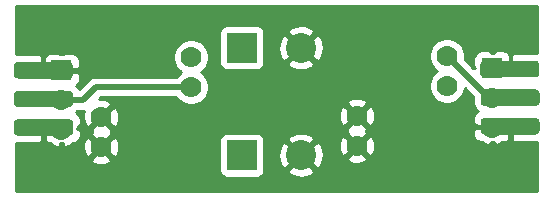
<source format=gtl>
G04 #@! TF.GenerationSoftware,KiCad,Pcbnew,5.1.5+dfsg1-2build2*
G04 #@! TF.CreationDate,2022-12-10T10:35:03-05:00*
G04 #@! TF.ProjectId,double-tuned-bpf,646f7562-6c65-42d7-9475-6e65642d6270,rev?*
G04 #@! TF.SameCoordinates,Original*
G04 #@! TF.FileFunction,Copper,L1,Top*
G04 #@! TF.FilePolarity,Positive*
%FSLAX46Y46*%
G04 Gerber Fmt 4.6, Leading zero omitted, Abs format (unit mm)*
G04 Created by KiCad (PCBNEW 5.1.5+dfsg1-2build2) date 2022-12-10 10:35:03*
%MOMM*%
%LPD*%
G04 APERTURE LIST*
%ADD10O,1.700000X1.700000*%
%ADD11R,1.700000X1.700000*%
%ADD12C,0.100000*%
%ADD13R,2.540000X2.540000*%
%ADD14C,2.540000*%
%ADD15C,1.778000*%
%ADD16C,0.500000*%
%ADD17C,0.254000*%
G04 APERTURE END LIST*
D10*
X145500000Y-99980000D03*
X145500000Y-97440000D03*
D11*
X145500000Y-94900000D03*
G04 #@! TA.AperFunction,SMDPad,CuDef*
D12*
G36*
X149189386Y-99150545D02*
G01*
X149223362Y-99155585D01*
X149256680Y-99163931D01*
X149289019Y-99175502D01*
X149320069Y-99190188D01*
X149349530Y-99207846D01*
X149377118Y-99228306D01*
X149402567Y-99251373D01*
X149425634Y-99276822D01*
X149446094Y-99304410D01*
X149463752Y-99333871D01*
X149478438Y-99364921D01*
X149490009Y-99397260D01*
X149498355Y-99430578D01*
X149503395Y-99464554D01*
X149505080Y-99498860D01*
X149505080Y-100198860D01*
X149503395Y-100233166D01*
X149498355Y-100267142D01*
X149490009Y-100300460D01*
X149478438Y-100332799D01*
X149463752Y-100363849D01*
X149446094Y-100393310D01*
X149425634Y-100420898D01*
X149402567Y-100446347D01*
X149377118Y-100469414D01*
X149349530Y-100489874D01*
X149320069Y-100507532D01*
X149289019Y-100522218D01*
X149256680Y-100533789D01*
X149223362Y-100542135D01*
X149189386Y-100547175D01*
X149155080Y-100548860D01*
X144855080Y-100548860D01*
X144820774Y-100547175D01*
X144786798Y-100542135D01*
X144753480Y-100533789D01*
X144721141Y-100522218D01*
X144690091Y-100507532D01*
X144660630Y-100489874D01*
X144633042Y-100469414D01*
X144607593Y-100446347D01*
X144584526Y-100420898D01*
X144564066Y-100393310D01*
X144546408Y-100363849D01*
X144531722Y-100332799D01*
X144520151Y-100300460D01*
X144511805Y-100267142D01*
X144506765Y-100233166D01*
X144505080Y-100198860D01*
X144505080Y-99498860D01*
X144506765Y-99464554D01*
X144511805Y-99430578D01*
X144520151Y-99397260D01*
X144531722Y-99364921D01*
X144546408Y-99333871D01*
X144564066Y-99304410D01*
X144584526Y-99276822D01*
X144607593Y-99251373D01*
X144633042Y-99228306D01*
X144660630Y-99207846D01*
X144690091Y-99190188D01*
X144721141Y-99175502D01*
X144753480Y-99163931D01*
X144786798Y-99155585D01*
X144820774Y-99150545D01*
X144855080Y-99148860D01*
X149155080Y-99148860D01*
X149189386Y-99150545D01*
G37*
G04 #@! TD.AperFunction*
G04 #@! TA.AperFunction,SMDPad,CuDef*
G36*
X149171606Y-94309305D02*
G01*
X149205582Y-94314345D01*
X149238900Y-94322691D01*
X149271239Y-94334262D01*
X149302289Y-94348948D01*
X149331750Y-94366606D01*
X149359338Y-94387066D01*
X149384787Y-94410133D01*
X149407854Y-94435582D01*
X149428314Y-94463170D01*
X149445972Y-94492631D01*
X149460658Y-94523681D01*
X149472229Y-94556020D01*
X149480575Y-94589338D01*
X149485615Y-94623314D01*
X149487300Y-94657620D01*
X149487300Y-95357620D01*
X149485615Y-95391926D01*
X149480575Y-95425902D01*
X149472229Y-95459220D01*
X149460658Y-95491559D01*
X149445972Y-95522609D01*
X149428314Y-95552070D01*
X149407854Y-95579658D01*
X149384787Y-95605107D01*
X149359338Y-95628174D01*
X149331750Y-95648634D01*
X149302289Y-95666292D01*
X149271239Y-95680978D01*
X149238900Y-95692549D01*
X149205582Y-95700895D01*
X149171606Y-95705935D01*
X149137300Y-95707620D01*
X144837300Y-95707620D01*
X144802994Y-95705935D01*
X144769018Y-95700895D01*
X144735700Y-95692549D01*
X144703361Y-95680978D01*
X144672311Y-95666292D01*
X144642850Y-95648634D01*
X144615262Y-95628174D01*
X144589813Y-95605107D01*
X144566746Y-95579658D01*
X144546286Y-95552070D01*
X144528628Y-95522609D01*
X144513942Y-95491559D01*
X144502371Y-95459220D01*
X144494025Y-95425902D01*
X144488985Y-95391926D01*
X144487300Y-95357620D01*
X144487300Y-94657620D01*
X144488985Y-94623314D01*
X144494025Y-94589338D01*
X144502371Y-94556020D01*
X144513942Y-94523681D01*
X144528628Y-94492631D01*
X144546286Y-94463170D01*
X144566746Y-94435582D01*
X144589813Y-94410133D01*
X144615262Y-94387066D01*
X144642850Y-94366606D01*
X144672311Y-94348948D01*
X144703361Y-94334262D01*
X144735700Y-94322691D01*
X144769018Y-94314345D01*
X144802994Y-94309305D01*
X144837300Y-94307620D01*
X149137300Y-94307620D01*
X149171606Y-94309305D01*
G37*
G04 #@! TD.AperFunction*
G04 #@! TA.AperFunction,SMDPad,CuDef*
G36*
X149189386Y-96729925D02*
G01*
X149223362Y-96734965D01*
X149256680Y-96743311D01*
X149289019Y-96754882D01*
X149320069Y-96769568D01*
X149349530Y-96787226D01*
X149377118Y-96807686D01*
X149402567Y-96830753D01*
X149425634Y-96856202D01*
X149446094Y-96883790D01*
X149463752Y-96913251D01*
X149478438Y-96944301D01*
X149490009Y-96976640D01*
X149498355Y-97009958D01*
X149503395Y-97043934D01*
X149505080Y-97078240D01*
X149505080Y-97778240D01*
X149503395Y-97812546D01*
X149498355Y-97846522D01*
X149490009Y-97879840D01*
X149478438Y-97912179D01*
X149463752Y-97943229D01*
X149446094Y-97972690D01*
X149425634Y-98000278D01*
X149402567Y-98025727D01*
X149377118Y-98048794D01*
X149349530Y-98069254D01*
X149320069Y-98086912D01*
X149289019Y-98101598D01*
X149256680Y-98113169D01*
X149223362Y-98121515D01*
X149189386Y-98126555D01*
X149155080Y-98128240D01*
X144855080Y-98128240D01*
X144820774Y-98126555D01*
X144786798Y-98121515D01*
X144753480Y-98113169D01*
X144721141Y-98101598D01*
X144690091Y-98086912D01*
X144660630Y-98069254D01*
X144633042Y-98048794D01*
X144607593Y-98025727D01*
X144584526Y-98000278D01*
X144564066Y-97972690D01*
X144546408Y-97943229D01*
X144531722Y-97912179D01*
X144520151Y-97879840D01*
X144511805Y-97846522D01*
X144506765Y-97812546D01*
X144505080Y-97778240D01*
X144505080Y-97078240D01*
X144506765Y-97043934D01*
X144511805Y-97009958D01*
X144520151Y-96976640D01*
X144531722Y-96944301D01*
X144546408Y-96913251D01*
X144564066Y-96883790D01*
X144584526Y-96856202D01*
X144607593Y-96830753D01*
X144633042Y-96807686D01*
X144660630Y-96787226D01*
X144690091Y-96769568D01*
X144721141Y-96754882D01*
X144753480Y-96743311D01*
X144786798Y-96734965D01*
X144820774Y-96729925D01*
X144855080Y-96728240D01*
X149155080Y-96728240D01*
X149189386Y-96729925D01*
G37*
G04 #@! TD.AperFunction*
G04 #@! TA.AperFunction,SMDPad,CuDef*
G36*
X109689386Y-99250545D02*
G01*
X109723362Y-99255585D01*
X109756680Y-99263931D01*
X109789019Y-99275502D01*
X109820069Y-99290188D01*
X109849530Y-99307846D01*
X109877118Y-99328306D01*
X109902567Y-99351373D01*
X109925634Y-99376822D01*
X109946094Y-99404410D01*
X109963752Y-99433871D01*
X109978438Y-99464921D01*
X109990009Y-99497260D01*
X109998355Y-99530578D01*
X110003395Y-99564554D01*
X110005080Y-99598860D01*
X110005080Y-100298860D01*
X110003395Y-100333166D01*
X109998355Y-100367142D01*
X109990009Y-100400460D01*
X109978438Y-100432799D01*
X109963752Y-100463849D01*
X109946094Y-100493310D01*
X109925634Y-100520898D01*
X109902567Y-100546347D01*
X109877118Y-100569414D01*
X109849530Y-100589874D01*
X109820069Y-100607532D01*
X109789019Y-100622218D01*
X109756680Y-100633789D01*
X109723362Y-100642135D01*
X109689386Y-100647175D01*
X109655080Y-100648860D01*
X105355080Y-100648860D01*
X105320774Y-100647175D01*
X105286798Y-100642135D01*
X105253480Y-100633789D01*
X105221141Y-100622218D01*
X105190091Y-100607532D01*
X105160630Y-100589874D01*
X105133042Y-100569414D01*
X105107593Y-100546347D01*
X105084526Y-100520898D01*
X105064066Y-100493310D01*
X105046408Y-100463849D01*
X105031722Y-100432799D01*
X105020151Y-100400460D01*
X105011805Y-100367142D01*
X105006765Y-100333166D01*
X105005080Y-100298860D01*
X105005080Y-99598860D01*
X105006765Y-99564554D01*
X105011805Y-99530578D01*
X105020151Y-99497260D01*
X105031722Y-99464921D01*
X105046408Y-99433871D01*
X105064066Y-99404410D01*
X105084526Y-99376822D01*
X105107593Y-99351373D01*
X105133042Y-99328306D01*
X105160630Y-99307846D01*
X105190091Y-99290188D01*
X105221141Y-99275502D01*
X105253480Y-99263931D01*
X105286798Y-99255585D01*
X105320774Y-99250545D01*
X105355080Y-99248860D01*
X109655080Y-99248860D01*
X109689386Y-99250545D01*
G37*
G04 #@! TD.AperFunction*
G04 #@! TA.AperFunction,SMDPad,CuDef*
G36*
X109671606Y-94409305D02*
G01*
X109705582Y-94414345D01*
X109738900Y-94422691D01*
X109771239Y-94434262D01*
X109802289Y-94448948D01*
X109831750Y-94466606D01*
X109859338Y-94487066D01*
X109884787Y-94510133D01*
X109907854Y-94535582D01*
X109928314Y-94563170D01*
X109945972Y-94592631D01*
X109960658Y-94623681D01*
X109972229Y-94656020D01*
X109980575Y-94689338D01*
X109985615Y-94723314D01*
X109987300Y-94757620D01*
X109987300Y-95457620D01*
X109985615Y-95491926D01*
X109980575Y-95525902D01*
X109972229Y-95559220D01*
X109960658Y-95591559D01*
X109945972Y-95622609D01*
X109928314Y-95652070D01*
X109907854Y-95679658D01*
X109884787Y-95705107D01*
X109859338Y-95728174D01*
X109831750Y-95748634D01*
X109802289Y-95766292D01*
X109771239Y-95780978D01*
X109738900Y-95792549D01*
X109705582Y-95800895D01*
X109671606Y-95805935D01*
X109637300Y-95807620D01*
X105337300Y-95807620D01*
X105302994Y-95805935D01*
X105269018Y-95800895D01*
X105235700Y-95792549D01*
X105203361Y-95780978D01*
X105172311Y-95766292D01*
X105142850Y-95748634D01*
X105115262Y-95728174D01*
X105089813Y-95705107D01*
X105066746Y-95679658D01*
X105046286Y-95652070D01*
X105028628Y-95622609D01*
X105013942Y-95591559D01*
X105002371Y-95559220D01*
X104994025Y-95525902D01*
X104988985Y-95491926D01*
X104987300Y-95457620D01*
X104987300Y-94757620D01*
X104988985Y-94723314D01*
X104994025Y-94689338D01*
X105002371Y-94656020D01*
X105013942Y-94623681D01*
X105028628Y-94592631D01*
X105046286Y-94563170D01*
X105066746Y-94535582D01*
X105089813Y-94510133D01*
X105115262Y-94487066D01*
X105142850Y-94466606D01*
X105172311Y-94448948D01*
X105203361Y-94434262D01*
X105235700Y-94422691D01*
X105269018Y-94414345D01*
X105302994Y-94409305D01*
X105337300Y-94407620D01*
X109637300Y-94407620D01*
X109671606Y-94409305D01*
G37*
G04 #@! TD.AperFunction*
G04 #@! TA.AperFunction,SMDPad,CuDef*
G36*
X109689386Y-96829925D02*
G01*
X109723362Y-96834965D01*
X109756680Y-96843311D01*
X109789019Y-96854882D01*
X109820069Y-96869568D01*
X109849530Y-96887226D01*
X109877118Y-96907686D01*
X109902567Y-96930753D01*
X109925634Y-96956202D01*
X109946094Y-96983790D01*
X109963752Y-97013251D01*
X109978438Y-97044301D01*
X109990009Y-97076640D01*
X109998355Y-97109958D01*
X110003395Y-97143934D01*
X110005080Y-97178240D01*
X110005080Y-97878240D01*
X110003395Y-97912546D01*
X109998355Y-97946522D01*
X109990009Y-97979840D01*
X109978438Y-98012179D01*
X109963752Y-98043229D01*
X109946094Y-98072690D01*
X109925634Y-98100278D01*
X109902567Y-98125727D01*
X109877118Y-98148794D01*
X109849530Y-98169254D01*
X109820069Y-98186912D01*
X109789019Y-98201598D01*
X109756680Y-98213169D01*
X109723362Y-98221515D01*
X109689386Y-98226555D01*
X109655080Y-98228240D01*
X105355080Y-98228240D01*
X105320774Y-98226555D01*
X105286798Y-98221515D01*
X105253480Y-98213169D01*
X105221141Y-98201598D01*
X105190091Y-98186912D01*
X105160630Y-98169254D01*
X105133042Y-98148794D01*
X105107593Y-98125727D01*
X105084526Y-98100278D01*
X105064066Y-98072690D01*
X105046408Y-98043229D01*
X105031722Y-98012179D01*
X105020151Y-97979840D01*
X105011805Y-97946522D01*
X105006765Y-97912546D01*
X105005080Y-97878240D01*
X105005080Y-97178240D01*
X105006765Y-97143934D01*
X105011805Y-97109958D01*
X105020151Y-97076640D01*
X105031722Y-97044301D01*
X105046408Y-97013251D01*
X105064066Y-96983790D01*
X105084526Y-96956202D01*
X105107593Y-96930753D01*
X105133042Y-96907686D01*
X105160630Y-96887226D01*
X105190091Y-96869568D01*
X105221141Y-96854882D01*
X105253480Y-96843311D01*
X105286798Y-96834965D01*
X105320774Y-96829925D01*
X105355080Y-96828240D01*
X109655080Y-96828240D01*
X109689386Y-96829925D01*
G37*
G04 #@! TD.AperFunction*
D10*
X109000000Y-100180000D03*
X109000000Y-97640000D03*
D11*
X109000000Y-95100000D03*
D13*
X124300000Y-102300000D03*
D14*
X129300000Y-102300000D03*
D13*
X124300000Y-93200000D03*
D14*
X129300000Y-93200000D03*
D15*
X141663999Y-96430000D03*
X134043999Y-101510000D03*
X141663999Y-93890000D03*
X134043999Y-98970000D03*
X120000000Y-96530000D03*
X112380000Y-101610000D03*
X120000000Y-93990000D03*
X112380000Y-99070000D03*
D16*
X109000000Y-97640000D02*
X110860000Y-97640000D01*
X111970000Y-96530000D02*
X120000000Y-96530000D01*
X110860000Y-97640000D02*
X111970000Y-96530000D01*
X145213999Y-97440000D02*
X145500000Y-97440000D01*
X141663999Y-93890000D02*
X145213999Y-97440000D01*
D17*
G36*
X149315000Y-93669787D02*
G01*
X147273050Y-93672620D01*
X147114300Y-93831370D01*
X147114300Y-94880620D01*
X147134300Y-94880620D01*
X147134300Y-95134620D01*
X147114300Y-95134620D01*
X147114300Y-95154620D01*
X146953870Y-95154620D01*
X146840300Y-95041050D01*
X146840300Y-94880620D01*
X146860300Y-94880620D01*
X146860300Y-94738950D01*
X146985000Y-94614250D01*
X146988072Y-94050000D01*
X146975812Y-93925518D01*
X146939502Y-93805820D01*
X146880537Y-93695506D01*
X146801185Y-93598815D01*
X146704494Y-93519463D01*
X146594180Y-93460498D01*
X146474482Y-93424188D01*
X146350000Y-93411928D01*
X145785750Y-93415000D01*
X145627000Y-93573750D01*
X145627000Y-93671129D01*
X145373000Y-93670777D01*
X145373000Y-93573750D01*
X145214250Y-93415000D01*
X144650000Y-93411928D01*
X144525518Y-93424188D01*
X144405820Y-93460498D01*
X144295506Y-93519463D01*
X144198815Y-93598815D01*
X144119463Y-93695506D01*
X144060498Y-93805820D01*
X144048137Y-93846569D01*
X144036115Y-93856435D01*
X143956763Y-93953126D01*
X143897798Y-94063440D01*
X143861488Y-94183138D01*
X143849228Y-94307620D01*
X143852300Y-94721870D01*
X144011048Y-94880618D01*
X143906196Y-94880618D01*
X143167705Y-94142128D01*
X143187999Y-94040101D01*
X143187999Y-93739899D01*
X143129433Y-93445466D01*
X143014550Y-93168115D01*
X142847767Y-92918507D01*
X142635492Y-92706232D01*
X142385884Y-92539449D01*
X142108533Y-92424566D01*
X141814100Y-92366000D01*
X141513898Y-92366000D01*
X141219465Y-92424566D01*
X140942114Y-92539449D01*
X140692506Y-92706232D01*
X140480231Y-92918507D01*
X140313448Y-93168115D01*
X140198565Y-93445466D01*
X140139999Y-93739899D01*
X140139999Y-94040101D01*
X140198565Y-94334534D01*
X140313448Y-94611885D01*
X140480231Y-94861493D01*
X140692506Y-95073768D01*
X140821561Y-95160000D01*
X140692506Y-95246232D01*
X140480231Y-95458507D01*
X140313448Y-95708115D01*
X140198565Y-95985466D01*
X140139999Y-96279899D01*
X140139999Y-96580101D01*
X140198565Y-96874534D01*
X140313448Y-97151885D01*
X140480231Y-97401493D01*
X140692506Y-97613768D01*
X140942114Y-97780551D01*
X141219465Y-97895434D01*
X141513898Y-97954000D01*
X141814100Y-97954000D01*
X142108533Y-97895434D01*
X142385884Y-97780551D01*
X142635492Y-97613768D01*
X142847767Y-97401493D01*
X143014550Y-97151885D01*
X143129433Y-96874534D01*
X143173817Y-96651397D01*
X143867008Y-97344588D01*
X143867008Y-97778240D01*
X143885994Y-97971003D01*
X143942221Y-98156359D01*
X144033528Y-98327183D01*
X144156408Y-98476912D01*
X144258458Y-98560663D01*
X144150586Y-98618323D01*
X144053895Y-98697675D01*
X143974543Y-98794366D01*
X143915578Y-98904680D01*
X143879268Y-99024378D01*
X143867008Y-99148860D01*
X143870080Y-99563110D01*
X144028830Y-99721860D01*
X144110638Y-99721860D01*
X144179845Y-99853000D01*
X145373000Y-99853000D01*
X145373000Y-99833000D01*
X145627000Y-99833000D01*
X145627000Y-99853000D01*
X146820155Y-99853000D01*
X146899917Y-99701860D01*
X147132080Y-99701860D01*
X147132080Y-99721860D01*
X147152080Y-99721860D01*
X147152080Y-99975860D01*
X147132080Y-99975860D01*
X147132080Y-101025110D01*
X147290830Y-101183860D01*
X149315001Y-101186668D01*
X149315001Y-105315000D01*
X105185000Y-105315000D01*
X105185000Y-102666231D01*
X111503374Y-102666231D01*
X111585727Y-102919289D01*
X111856418Y-103049086D01*
X112147230Y-103123580D01*
X112446988Y-103139908D01*
X112744171Y-103097443D01*
X113027359Y-102997816D01*
X113174273Y-102919289D01*
X113256626Y-102666231D01*
X112380000Y-101789605D01*
X111503374Y-102666231D01*
X105185000Y-102666231D01*
X105185000Y-101676988D01*
X110850092Y-101676988D01*
X110892557Y-101974171D01*
X110992184Y-102257359D01*
X111070711Y-102404273D01*
X111323769Y-102486626D01*
X112200395Y-101610000D01*
X112559605Y-101610000D01*
X113436231Y-102486626D01*
X113689289Y-102404273D01*
X113819086Y-102133582D01*
X113893580Y-101842770D01*
X113909908Y-101543012D01*
X113867443Y-101245829D01*
X113791514Y-101030000D01*
X122391928Y-101030000D01*
X122391928Y-103570000D01*
X122404188Y-103694482D01*
X122440498Y-103814180D01*
X122499463Y-103924494D01*
X122578815Y-104021185D01*
X122675506Y-104100537D01*
X122785820Y-104159502D01*
X122905518Y-104195812D01*
X123030000Y-104208072D01*
X125570000Y-104208072D01*
X125694482Y-104195812D01*
X125814180Y-104159502D01*
X125924494Y-104100537D01*
X126021185Y-104021185D01*
X126100537Y-103924494D01*
X126159502Y-103814180D01*
X126195812Y-103694482D01*
X126202374Y-103627852D01*
X128151753Y-103627852D01*
X128280076Y-103919871D01*
X128615695Y-104087723D01*
X128977611Y-104186874D01*
X129351916Y-104213514D01*
X129724227Y-104166618D01*
X130080235Y-104047988D01*
X130319924Y-103919871D01*
X130448247Y-103627852D01*
X129300000Y-102479605D01*
X128151753Y-103627852D01*
X126202374Y-103627852D01*
X126208072Y-103570000D01*
X126208072Y-102351916D01*
X127386486Y-102351916D01*
X127433382Y-102724227D01*
X127552012Y-103080235D01*
X127680129Y-103319924D01*
X127972148Y-103448247D01*
X129120395Y-102300000D01*
X129479605Y-102300000D01*
X130627852Y-103448247D01*
X130919871Y-103319924D01*
X131087723Y-102984305D01*
X131186874Y-102622389D01*
X131190870Y-102566231D01*
X133167373Y-102566231D01*
X133249726Y-102819289D01*
X133520417Y-102949086D01*
X133811229Y-103023580D01*
X134110987Y-103039908D01*
X134408170Y-102997443D01*
X134691358Y-102897816D01*
X134838272Y-102819289D01*
X134920625Y-102566231D01*
X134043999Y-101689605D01*
X133167373Y-102566231D01*
X131190870Y-102566231D01*
X131213514Y-102248084D01*
X131166618Y-101875773D01*
X131067057Y-101576988D01*
X132514091Y-101576988D01*
X132556556Y-101874171D01*
X132656183Y-102157359D01*
X132734710Y-102304273D01*
X132987768Y-102386626D01*
X133864394Y-101510000D01*
X134223604Y-101510000D01*
X135100230Y-102386626D01*
X135353288Y-102304273D01*
X135483085Y-102033582D01*
X135557579Y-101742770D01*
X135573907Y-101443012D01*
X135531442Y-101145829D01*
X135431815Y-100862641D01*
X135353288Y-100715727D01*
X135100230Y-100633374D01*
X134223604Y-101510000D01*
X133864394Y-101510000D01*
X132987768Y-100633374D01*
X132734710Y-100715727D01*
X132604913Y-100986418D01*
X132530419Y-101277230D01*
X132514091Y-101576988D01*
X131067057Y-101576988D01*
X131047988Y-101519765D01*
X130919871Y-101280076D01*
X130627852Y-101151753D01*
X129479605Y-102300000D01*
X129120395Y-102300000D01*
X127972148Y-101151753D01*
X127680129Y-101280076D01*
X127512277Y-101615695D01*
X127413126Y-101977611D01*
X127386486Y-102351916D01*
X126208072Y-102351916D01*
X126208072Y-101030000D01*
X126202375Y-100972148D01*
X128151753Y-100972148D01*
X129300000Y-102120395D01*
X130448247Y-100972148D01*
X130319924Y-100680129D01*
X129984305Y-100512277D01*
X129622389Y-100413126D01*
X129248084Y-100386486D01*
X128875773Y-100433382D01*
X128519765Y-100552012D01*
X128280076Y-100680129D01*
X128151753Y-100972148D01*
X126202375Y-100972148D01*
X126195812Y-100905518D01*
X126159502Y-100785820D01*
X126100537Y-100675506D01*
X126021185Y-100578815D01*
X125924494Y-100499463D01*
X125814180Y-100440498D01*
X125694482Y-100404188D01*
X125570000Y-100391928D01*
X123030000Y-100391928D01*
X122905518Y-100404188D01*
X122785820Y-100440498D01*
X122675506Y-100499463D01*
X122578815Y-100578815D01*
X122499463Y-100675506D01*
X122440498Y-100785820D01*
X122404188Y-100905518D01*
X122391928Y-101030000D01*
X113791514Y-101030000D01*
X113767816Y-100962641D01*
X113689289Y-100815727D01*
X113436231Y-100733374D01*
X112559605Y-101610000D01*
X112200395Y-101610000D01*
X111323769Y-100733374D01*
X111070711Y-100815727D01*
X110940914Y-101086418D01*
X110866420Y-101377230D01*
X110850092Y-101676988D01*
X105185000Y-101676988D01*
X105185000Y-101286682D01*
X107219330Y-101283860D01*
X107378080Y-101125110D01*
X107378080Y-100075860D01*
X107358080Y-100075860D01*
X107358080Y-99821860D01*
X107378080Y-99821860D01*
X107378080Y-99801860D01*
X107564969Y-99801860D01*
X107558524Y-99823110D01*
X107679845Y-100053000D01*
X108873000Y-100053000D01*
X108873000Y-100033000D01*
X109127000Y-100033000D01*
X109127000Y-100053000D01*
X109147000Y-100053000D01*
X109147000Y-100075860D01*
X107632080Y-100075860D01*
X107632080Y-100397509D01*
X107558524Y-100536890D01*
X107603175Y-100684099D01*
X107632080Y-100744784D01*
X107632080Y-101125110D01*
X107790830Y-101283860D01*
X108017686Y-101284175D01*
X108118645Y-101375178D01*
X108368748Y-101524157D01*
X108643109Y-101621481D01*
X108873000Y-101500814D01*
X108873000Y-101285361D01*
X109127000Y-101285714D01*
X109127000Y-101500814D01*
X109356891Y-101621481D01*
X109631252Y-101524157D01*
X109881355Y-101375178D01*
X109979295Y-101286896D01*
X110005080Y-101286932D01*
X110129562Y-101274672D01*
X110249260Y-101238362D01*
X110359574Y-101179397D01*
X110456265Y-101100045D01*
X110535617Y-101003354D01*
X110594582Y-100893040D01*
X110630892Y-100773342D01*
X110643152Y-100648860D01*
X110640080Y-100234610D01*
X110531701Y-100126231D01*
X111503374Y-100126231D01*
X111572941Y-100340000D01*
X111503374Y-100553769D01*
X112380000Y-101430395D01*
X113256626Y-100553769D01*
X113187059Y-100340000D01*
X113256626Y-100126231D01*
X113156626Y-100026231D01*
X133167373Y-100026231D01*
X133236940Y-100240000D01*
X133167373Y-100453769D01*
X134043999Y-101330395D01*
X134825534Y-100548860D01*
X143867008Y-100548860D01*
X143879268Y-100673342D01*
X143915578Y-100793040D01*
X143974543Y-100903354D01*
X144053895Y-101000045D01*
X144150586Y-101079397D01*
X144260900Y-101138362D01*
X144380598Y-101174672D01*
X144505080Y-101186932D01*
X144638068Y-101186747D01*
X144868748Y-101324157D01*
X145143109Y-101421481D01*
X145373000Y-101300814D01*
X145373000Y-101185728D01*
X145627000Y-101185375D01*
X145627000Y-101300814D01*
X145856891Y-101421481D01*
X146131252Y-101324157D01*
X146365957Y-101184350D01*
X146719330Y-101183860D01*
X146878080Y-101025110D01*
X146878080Y-100523454D01*
X146896825Y-100484099D01*
X146941476Y-100336890D01*
X146878080Y-100216762D01*
X146878080Y-99975860D01*
X144028830Y-99975860D01*
X143870080Y-100134610D01*
X143867008Y-100548860D01*
X134825534Y-100548860D01*
X134920625Y-100453769D01*
X134851058Y-100240000D01*
X134920625Y-100026231D01*
X134043999Y-99149605D01*
X133167373Y-100026231D01*
X113156626Y-100026231D01*
X112380000Y-99249605D01*
X111503374Y-100126231D01*
X110531701Y-100126231D01*
X110485000Y-100079530D01*
X110485000Y-100052998D01*
X110320156Y-100052998D01*
X110441476Y-99823110D01*
X110441097Y-99821860D01*
X110481330Y-99821860D01*
X110640080Y-99663110D01*
X110643152Y-99248860D01*
X110630892Y-99124378D01*
X110594582Y-99004680D01*
X110535617Y-98894366D01*
X110456265Y-98797675D01*
X110359574Y-98718323D01*
X110251702Y-98660663D01*
X110353752Y-98576912D01*
X110396355Y-98525000D01*
X110816531Y-98525000D01*
X110860000Y-98529281D01*
X110903469Y-98525000D01*
X110903477Y-98525000D01*
X110953549Y-98520068D01*
X110940914Y-98546418D01*
X110866420Y-98837230D01*
X110850092Y-99136988D01*
X110892557Y-99434171D01*
X110992184Y-99717359D01*
X111070711Y-99864273D01*
X111323769Y-99946626D01*
X112200395Y-99070000D01*
X112559605Y-99070000D01*
X113436231Y-99946626D01*
X113689289Y-99864273D01*
X113819086Y-99593582D01*
X113893580Y-99302770D01*
X113908057Y-99036988D01*
X132514091Y-99036988D01*
X132556556Y-99334171D01*
X132656183Y-99617359D01*
X132734710Y-99764273D01*
X132987768Y-99846626D01*
X133864394Y-98970000D01*
X134223604Y-98970000D01*
X135100230Y-99846626D01*
X135353288Y-99764273D01*
X135483085Y-99493582D01*
X135557579Y-99202770D01*
X135573907Y-98903012D01*
X135531442Y-98605829D01*
X135431815Y-98322641D01*
X135353288Y-98175727D01*
X135100230Y-98093374D01*
X134223604Y-98970000D01*
X133864394Y-98970000D01*
X132987768Y-98093374D01*
X132734710Y-98175727D01*
X132604913Y-98446418D01*
X132530419Y-98737230D01*
X132514091Y-99036988D01*
X113908057Y-99036988D01*
X113909908Y-99003012D01*
X113867443Y-98705829D01*
X113767816Y-98422641D01*
X113689289Y-98275727D01*
X113436231Y-98193374D01*
X112559605Y-99070000D01*
X112200395Y-99070000D01*
X112186253Y-99055858D01*
X112365858Y-98876253D01*
X112380000Y-98890395D01*
X113256626Y-98013769D01*
X113174273Y-97760711D01*
X112903582Y-97630914D01*
X112612770Y-97556420D01*
X112313012Y-97540092D01*
X112194561Y-97557018D01*
X112336579Y-97415000D01*
X118758439Y-97415000D01*
X118816232Y-97501493D01*
X119028507Y-97713768D01*
X119278115Y-97880551D01*
X119555466Y-97995434D01*
X119849899Y-98054000D01*
X120150101Y-98054000D01*
X120444534Y-97995434D01*
X120641689Y-97913769D01*
X133167373Y-97913769D01*
X134043999Y-98790395D01*
X134920625Y-97913769D01*
X134838272Y-97660711D01*
X134567581Y-97530914D01*
X134276769Y-97456420D01*
X133977011Y-97440092D01*
X133679828Y-97482557D01*
X133396640Y-97582184D01*
X133249726Y-97660711D01*
X133167373Y-97913769D01*
X120641689Y-97913769D01*
X120721885Y-97880551D01*
X120971493Y-97713768D01*
X121183768Y-97501493D01*
X121350551Y-97251885D01*
X121465434Y-96974534D01*
X121524000Y-96680101D01*
X121524000Y-96379899D01*
X121465434Y-96085466D01*
X121350551Y-95808115D01*
X121183768Y-95558507D01*
X120971493Y-95346232D01*
X120842438Y-95260000D01*
X120971493Y-95173768D01*
X121183768Y-94961493D01*
X121350551Y-94711885D01*
X121465434Y-94434534D01*
X121524000Y-94140101D01*
X121524000Y-93839899D01*
X121465434Y-93545466D01*
X121350551Y-93268115D01*
X121183768Y-93018507D01*
X120971493Y-92806232D01*
X120721885Y-92639449D01*
X120444534Y-92524566D01*
X120150101Y-92466000D01*
X119849899Y-92466000D01*
X119555466Y-92524566D01*
X119278115Y-92639449D01*
X119028507Y-92806232D01*
X118816232Y-93018507D01*
X118649449Y-93268115D01*
X118534566Y-93545466D01*
X118476000Y-93839899D01*
X118476000Y-94140101D01*
X118534566Y-94434534D01*
X118649449Y-94711885D01*
X118816232Y-94961493D01*
X119028507Y-95173768D01*
X119157562Y-95260000D01*
X119028507Y-95346232D01*
X118816232Y-95558507D01*
X118758439Y-95645000D01*
X112013466Y-95645000D01*
X111969999Y-95640719D01*
X111926533Y-95645000D01*
X111926523Y-95645000D01*
X111796510Y-95657805D01*
X111629687Y-95708411D01*
X111475941Y-95790589D01*
X111475939Y-95790590D01*
X111475940Y-95790590D01*
X111374953Y-95873468D01*
X111374951Y-95873470D01*
X111341183Y-95901183D01*
X111313470Y-95934951D01*
X110526266Y-96722156D01*
X110476632Y-96629297D01*
X110353752Y-96479568D01*
X110279714Y-96418806D01*
X110301185Y-96401185D01*
X110375843Y-96310214D01*
X110438485Y-96258805D01*
X110517837Y-96162114D01*
X110576802Y-96051800D01*
X110613112Y-95932102D01*
X110625372Y-95807620D01*
X110622300Y-95393370D01*
X110463550Y-95234620D01*
X110333870Y-95234620D01*
X110326250Y-95227000D01*
X109127000Y-95227000D01*
X109127000Y-95234620D01*
X108873000Y-95234620D01*
X108873000Y-95227000D01*
X107673750Y-95227000D01*
X107666130Y-95234620D01*
X107614300Y-95234620D01*
X107614300Y-95254620D01*
X107360300Y-95254620D01*
X107360300Y-95234620D01*
X107340300Y-95234620D01*
X107340300Y-94980620D01*
X107360300Y-94980620D01*
X107360300Y-94250000D01*
X107511928Y-94250000D01*
X107515000Y-94814250D01*
X107614300Y-94913550D01*
X107614300Y-94980620D01*
X110463550Y-94980620D01*
X110622300Y-94821870D01*
X110625372Y-94407620D01*
X110613112Y-94283138D01*
X110576802Y-94163440D01*
X110517837Y-94053126D01*
X110438485Y-93956435D01*
X110393271Y-93919329D01*
X110380537Y-93895506D01*
X110301185Y-93798815D01*
X110204494Y-93719463D01*
X110094180Y-93660498D01*
X109974482Y-93624188D01*
X109850000Y-93611928D01*
X109285750Y-93615000D01*
X109130013Y-93770737D01*
X108870348Y-93771098D01*
X108714250Y-93615000D01*
X108150000Y-93611928D01*
X108025518Y-93624188D01*
X107905820Y-93660498D01*
X107795506Y-93719463D01*
X107698815Y-93798815D01*
X107619463Y-93895506D01*
X107560498Y-94005820D01*
X107524188Y-94125518D01*
X107511928Y-94250000D01*
X107360300Y-94250000D01*
X107360300Y-93931370D01*
X107201550Y-93772620D01*
X105185000Y-93769822D01*
X105185000Y-91930000D01*
X122391928Y-91930000D01*
X122391928Y-94470000D01*
X122404188Y-94594482D01*
X122440498Y-94714180D01*
X122499463Y-94824494D01*
X122578815Y-94921185D01*
X122675506Y-95000537D01*
X122785820Y-95059502D01*
X122905518Y-95095812D01*
X123030000Y-95108072D01*
X125570000Y-95108072D01*
X125694482Y-95095812D01*
X125814180Y-95059502D01*
X125924494Y-95000537D01*
X126021185Y-94921185D01*
X126100537Y-94824494D01*
X126159502Y-94714180D01*
X126195812Y-94594482D01*
X126202374Y-94527852D01*
X128151753Y-94527852D01*
X128280076Y-94819871D01*
X128615695Y-94987723D01*
X128977611Y-95086874D01*
X129351916Y-95113514D01*
X129724227Y-95066618D01*
X130080235Y-94947988D01*
X130319924Y-94819871D01*
X130448247Y-94527852D01*
X129300000Y-93379605D01*
X128151753Y-94527852D01*
X126202374Y-94527852D01*
X126208072Y-94470000D01*
X126208072Y-93251916D01*
X127386486Y-93251916D01*
X127433382Y-93624227D01*
X127552012Y-93980235D01*
X127680129Y-94219924D01*
X127972148Y-94348247D01*
X129120395Y-93200000D01*
X129479605Y-93200000D01*
X130627852Y-94348247D01*
X130919871Y-94219924D01*
X131087723Y-93884305D01*
X131186874Y-93522389D01*
X131213514Y-93148084D01*
X131166618Y-92775773D01*
X131047988Y-92419765D01*
X130919871Y-92180076D01*
X130627852Y-92051753D01*
X129479605Y-93200000D01*
X129120395Y-93200000D01*
X127972148Y-92051753D01*
X127680129Y-92180076D01*
X127512277Y-92515695D01*
X127413126Y-92877611D01*
X127386486Y-93251916D01*
X126208072Y-93251916D01*
X126208072Y-91930000D01*
X126202375Y-91872148D01*
X128151753Y-91872148D01*
X129300000Y-93020395D01*
X130448247Y-91872148D01*
X130319924Y-91580129D01*
X129984305Y-91412277D01*
X129622389Y-91313126D01*
X129248084Y-91286486D01*
X128875773Y-91333382D01*
X128519765Y-91452012D01*
X128280076Y-91580129D01*
X128151753Y-91872148D01*
X126202375Y-91872148D01*
X126195812Y-91805518D01*
X126159502Y-91685820D01*
X126100537Y-91575506D01*
X126021185Y-91478815D01*
X125924494Y-91399463D01*
X125814180Y-91340498D01*
X125694482Y-91304188D01*
X125570000Y-91291928D01*
X123030000Y-91291928D01*
X122905518Y-91304188D01*
X122785820Y-91340498D01*
X122675506Y-91399463D01*
X122578815Y-91478815D01*
X122499463Y-91575506D01*
X122440498Y-91685820D01*
X122404188Y-91805518D01*
X122391928Y-91930000D01*
X105185000Y-91930000D01*
X105185000Y-89685000D01*
X149315000Y-89685000D01*
X149315000Y-93669787D01*
G37*
X149315000Y-93669787D02*
X147273050Y-93672620D01*
X147114300Y-93831370D01*
X147114300Y-94880620D01*
X147134300Y-94880620D01*
X147134300Y-95134620D01*
X147114300Y-95134620D01*
X147114300Y-95154620D01*
X146953870Y-95154620D01*
X146840300Y-95041050D01*
X146840300Y-94880620D01*
X146860300Y-94880620D01*
X146860300Y-94738950D01*
X146985000Y-94614250D01*
X146988072Y-94050000D01*
X146975812Y-93925518D01*
X146939502Y-93805820D01*
X146880537Y-93695506D01*
X146801185Y-93598815D01*
X146704494Y-93519463D01*
X146594180Y-93460498D01*
X146474482Y-93424188D01*
X146350000Y-93411928D01*
X145785750Y-93415000D01*
X145627000Y-93573750D01*
X145627000Y-93671129D01*
X145373000Y-93670777D01*
X145373000Y-93573750D01*
X145214250Y-93415000D01*
X144650000Y-93411928D01*
X144525518Y-93424188D01*
X144405820Y-93460498D01*
X144295506Y-93519463D01*
X144198815Y-93598815D01*
X144119463Y-93695506D01*
X144060498Y-93805820D01*
X144048137Y-93846569D01*
X144036115Y-93856435D01*
X143956763Y-93953126D01*
X143897798Y-94063440D01*
X143861488Y-94183138D01*
X143849228Y-94307620D01*
X143852300Y-94721870D01*
X144011048Y-94880618D01*
X143906196Y-94880618D01*
X143167705Y-94142128D01*
X143187999Y-94040101D01*
X143187999Y-93739899D01*
X143129433Y-93445466D01*
X143014550Y-93168115D01*
X142847767Y-92918507D01*
X142635492Y-92706232D01*
X142385884Y-92539449D01*
X142108533Y-92424566D01*
X141814100Y-92366000D01*
X141513898Y-92366000D01*
X141219465Y-92424566D01*
X140942114Y-92539449D01*
X140692506Y-92706232D01*
X140480231Y-92918507D01*
X140313448Y-93168115D01*
X140198565Y-93445466D01*
X140139999Y-93739899D01*
X140139999Y-94040101D01*
X140198565Y-94334534D01*
X140313448Y-94611885D01*
X140480231Y-94861493D01*
X140692506Y-95073768D01*
X140821561Y-95160000D01*
X140692506Y-95246232D01*
X140480231Y-95458507D01*
X140313448Y-95708115D01*
X140198565Y-95985466D01*
X140139999Y-96279899D01*
X140139999Y-96580101D01*
X140198565Y-96874534D01*
X140313448Y-97151885D01*
X140480231Y-97401493D01*
X140692506Y-97613768D01*
X140942114Y-97780551D01*
X141219465Y-97895434D01*
X141513898Y-97954000D01*
X141814100Y-97954000D01*
X142108533Y-97895434D01*
X142385884Y-97780551D01*
X142635492Y-97613768D01*
X142847767Y-97401493D01*
X143014550Y-97151885D01*
X143129433Y-96874534D01*
X143173817Y-96651397D01*
X143867008Y-97344588D01*
X143867008Y-97778240D01*
X143885994Y-97971003D01*
X143942221Y-98156359D01*
X144033528Y-98327183D01*
X144156408Y-98476912D01*
X144258458Y-98560663D01*
X144150586Y-98618323D01*
X144053895Y-98697675D01*
X143974543Y-98794366D01*
X143915578Y-98904680D01*
X143879268Y-99024378D01*
X143867008Y-99148860D01*
X143870080Y-99563110D01*
X144028830Y-99721860D01*
X144110638Y-99721860D01*
X144179845Y-99853000D01*
X145373000Y-99853000D01*
X145373000Y-99833000D01*
X145627000Y-99833000D01*
X145627000Y-99853000D01*
X146820155Y-99853000D01*
X146899917Y-99701860D01*
X147132080Y-99701860D01*
X147132080Y-99721860D01*
X147152080Y-99721860D01*
X147152080Y-99975860D01*
X147132080Y-99975860D01*
X147132080Y-101025110D01*
X147290830Y-101183860D01*
X149315001Y-101186668D01*
X149315001Y-105315000D01*
X105185000Y-105315000D01*
X105185000Y-102666231D01*
X111503374Y-102666231D01*
X111585727Y-102919289D01*
X111856418Y-103049086D01*
X112147230Y-103123580D01*
X112446988Y-103139908D01*
X112744171Y-103097443D01*
X113027359Y-102997816D01*
X113174273Y-102919289D01*
X113256626Y-102666231D01*
X112380000Y-101789605D01*
X111503374Y-102666231D01*
X105185000Y-102666231D01*
X105185000Y-101676988D01*
X110850092Y-101676988D01*
X110892557Y-101974171D01*
X110992184Y-102257359D01*
X111070711Y-102404273D01*
X111323769Y-102486626D01*
X112200395Y-101610000D01*
X112559605Y-101610000D01*
X113436231Y-102486626D01*
X113689289Y-102404273D01*
X113819086Y-102133582D01*
X113893580Y-101842770D01*
X113909908Y-101543012D01*
X113867443Y-101245829D01*
X113791514Y-101030000D01*
X122391928Y-101030000D01*
X122391928Y-103570000D01*
X122404188Y-103694482D01*
X122440498Y-103814180D01*
X122499463Y-103924494D01*
X122578815Y-104021185D01*
X122675506Y-104100537D01*
X122785820Y-104159502D01*
X122905518Y-104195812D01*
X123030000Y-104208072D01*
X125570000Y-104208072D01*
X125694482Y-104195812D01*
X125814180Y-104159502D01*
X125924494Y-104100537D01*
X126021185Y-104021185D01*
X126100537Y-103924494D01*
X126159502Y-103814180D01*
X126195812Y-103694482D01*
X126202374Y-103627852D01*
X128151753Y-103627852D01*
X128280076Y-103919871D01*
X128615695Y-104087723D01*
X128977611Y-104186874D01*
X129351916Y-104213514D01*
X129724227Y-104166618D01*
X130080235Y-104047988D01*
X130319924Y-103919871D01*
X130448247Y-103627852D01*
X129300000Y-102479605D01*
X128151753Y-103627852D01*
X126202374Y-103627852D01*
X126208072Y-103570000D01*
X126208072Y-102351916D01*
X127386486Y-102351916D01*
X127433382Y-102724227D01*
X127552012Y-103080235D01*
X127680129Y-103319924D01*
X127972148Y-103448247D01*
X129120395Y-102300000D01*
X129479605Y-102300000D01*
X130627852Y-103448247D01*
X130919871Y-103319924D01*
X131087723Y-102984305D01*
X131186874Y-102622389D01*
X131190870Y-102566231D01*
X133167373Y-102566231D01*
X133249726Y-102819289D01*
X133520417Y-102949086D01*
X133811229Y-103023580D01*
X134110987Y-103039908D01*
X134408170Y-102997443D01*
X134691358Y-102897816D01*
X134838272Y-102819289D01*
X134920625Y-102566231D01*
X134043999Y-101689605D01*
X133167373Y-102566231D01*
X131190870Y-102566231D01*
X131213514Y-102248084D01*
X131166618Y-101875773D01*
X131067057Y-101576988D01*
X132514091Y-101576988D01*
X132556556Y-101874171D01*
X132656183Y-102157359D01*
X132734710Y-102304273D01*
X132987768Y-102386626D01*
X133864394Y-101510000D01*
X134223604Y-101510000D01*
X135100230Y-102386626D01*
X135353288Y-102304273D01*
X135483085Y-102033582D01*
X135557579Y-101742770D01*
X135573907Y-101443012D01*
X135531442Y-101145829D01*
X135431815Y-100862641D01*
X135353288Y-100715727D01*
X135100230Y-100633374D01*
X134223604Y-101510000D01*
X133864394Y-101510000D01*
X132987768Y-100633374D01*
X132734710Y-100715727D01*
X132604913Y-100986418D01*
X132530419Y-101277230D01*
X132514091Y-101576988D01*
X131067057Y-101576988D01*
X131047988Y-101519765D01*
X130919871Y-101280076D01*
X130627852Y-101151753D01*
X129479605Y-102300000D01*
X129120395Y-102300000D01*
X127972148Y-101151753D01*
X127680129Y-101280076D01*
X127512277Y-101615695D01*
X127413126Y-101977611D01*
X127386486Y-102351916D01*
X126208072Y-102351916D01*
X126208072Y-101030000D01*
X126202375Y-100972148D01*
X128151753Y-100972148D01*
X129300000Y-102120395D01*
X130448247Y-100972148D01*
X130319924Y-100680129D01*
X129984305Y-100512277D01*
X129622389Y-100413126D01*
X129248084Y-100386486D01*
X128875773Y-100433382D01*
X128519765Y-100552012D01*
X128280076Y-100680129D01*
X128151753Y-100972148D01*
X126202375Y-100972148D01*
X126195812Y-100905518D01*
X126159502Y-100785820D01*
X126100537Y-100675506D01*
X126021185Y-100578815D01*
X125924494Y-100499463D01*
X125814180Y-100440498D01*
X125694482Y-100404188D01*
X125570000Y-100391928D01*
X123030000Y-100391928D01*
X122905518Y-100404188D01*
X122785820Y-100440498D01*
X122675506Y-100499463D01*
X122578815Y-100578815D01*
X122499463Y-100675506D01*
X122440498Y-100785820D01*
X122404188Y-100905518D01*
X122391928Y-101030000D01*
X113791514Y-101030000D01*
X113767816Y-100962641D01*
X113689289Y-100815727D01*
X113436231Y-100733374D01*
X112559605Y-101610000D01*
X112200395Y-101610000D01*
X111323769Y-100733374D01*
X111070711Y-100815727D01*
X110940914Y-101086418D01*
X110866420Y-101377230D01*
X110850092Y-101676988D01*
X105185000Y-101676988D01*
X105185000Y-101286682D01*
X107219330Y-101283860D01*
X107378080Y-101125110D01*
X107378080Y-100075860D01*
X107358080Y-100075860D01*
X107358080Y-99821860D01*
X107378080Y-99821860D01*
X107378080Y-99801860D01*
X107564969Y-99801860D01*
X107558524Y-99823110D01*
X107679845Y-100053000D01*
X108873000Y-100053000D01*
X108873000Y-100033000D01*
X109127000Y-100033000D01*
X109127000Y-100053000D01*
X109147000Y-100053000D01*
X109147000Y-100075860D01*
X107632080Y-100075860D01*
X107632080Y-100397509D01*
X107558524Y-100536890D01*
X107603175Y-100684099D01*
X107632080Y-100744784D01*
X107632080Y-101125110D01*
X107790830Y-101283860D01*
X108017686Y-101284175D01*
X108118645Y-101375178D01*
X108368748Y-101524157D01*
X108643109Y-101621481D01*
X108873000Y-101500814D01*
X108873000Y-101285361D01*
X109127000Y-101285714D01*
X109127000Y-101500814D01*
X109356891Y-101621481D01*
X109631252Y-101524157D01*
X109881355Y-101375178D01*
X109979295Y-101286896D01*
X110005080Y-101286932D01*
X110129562Y-101274672D01*
X110249260Y-101238362D01*
X110359574Y-101179397D01*
X110456265Y-101100045D01*
X110535617Y-101003354D01*
X110594582Y-100893040D01*
X110630892Y-100773342D01*
X110643152Y-100648860D01*
X110640080Y-100234610D01*
X110531701Y-100126231D01*
X111503374Y-100126231D01*
X111572941Y-100340000D01*
X111503374Y-100553769D01*
X112380000Y-101430395D01*
X113256626Y-100553769D01*
X113187059Y-100340000D01*
X113256626Y-100126231D01*
X113156626Y-100026231D01*
X133167373Y-100026231D01*
X133236940Y-100240000D01*
X133167373Y-100453769D01*
X134043999Y-101330395D01*
X134825534Y-100548860D01*
X143867008Y-100548860D01*
X143879268Y-100673342D01*
X143915578Y-100793040D01*
X143974543Y-100903354D01*
X144053895Y-101000045D01*
X144150586Y-101079397D01*
X144260900Y-101138362D01*
X144380598Y-101174672D01*
X144505080Y-101186932D01*
X144638068Y-101186747D01*
X144868748Y-101324157D01*
X145143109Y-101421481D01*
X145373000Y-101300814D01*
X145373000Y-101185728D01*
X145627000Y-101185375D01*
X145627000Y-101300814D01*
X145856891Y-101421481D01*
X146131252Y-101324157D01*
X146365957Y-101184350D01*
X146719330Y-101183860D01*
X146878080Y-101025110D01*
X146878080Y-100523454D01*
X146896825Y-100484099D01*
X146941476Y-100336890D01*
X146878080Y-100216762D01*
X146878080Y-99975860D01*
X144028830Y-99975860D01*
X143870080Y-100134610D01*
X143867008Y-100548860D01*
X134825534Y-100548860D01*
X134920625Y-100453769D01*
X134851058Y-100240000D01*
X134920625Y-100026231D01*
X134043999Y-99149605D01*
X133167373Y-100026231D01*
X113156626Y-100026231D01*
X112380000Y-99249605D01*
X111503374Y-100126231D01*
X110531701Y-100126231D01*
X110485000Y-100079530D01*
X110485000Y-100052998D01*
X110320156Y-100052998D01*
X110441476Y-99823110D01*
X110441097Y-99821860D01*
X110481330Y-99821860D01*
X110640080Y-99663110D01*
X110643152Y-99248860D01*
X110630892Y-99124378D01*
X110594582Y-99004680D01*
X110535617Y-98894366D01*
X110456265Y-98797675D01*
X110359574Y-98718323D01*
X110251702Y-98660663D01*
X110353752Y-98576912D01*
X110396355Y-98525000D01*
X110816531Y-98525000D01*
X110860000Y-98529281D01*
X110903469Y-98525000D01*
X110903477Y-98525000D01*
X110953549Y-98520068D01*
X110940914Y-98546418D01*
X110866420Y-98837230D01*
X110850092Y-99136988D01*
X110892557Y-99434171D01*
X110992184Y-99717359D01*
X111070711Y-99864273D01*
X111323769Y-99946626D01*
X112200395Y-99070000D01*
X112559605Y-99070000D01*
X113436231Y-99946626D01*
X113689289Y-99864273D01*
X113819086Y-99593582D01*
X113893580Y-99302770D01*
X113908057Y-99036988D01*
X132514091Y-99036988D01*
X132556556Y-99334171D01*
X132656183Y-99617359D01*
X132734710Y-99764273D01*
X132987768Y-99846626D01*
X133864394Y-98970000D01*
X134223604Y-98970000D01*
X135100230Y-99846626D01*
X135353288Y-99764273D01*
X135483085Y-99493582D01*
X135557579Y-99202770D01*
X135573907Y-98903012D01*
X135531442Y-98605829D01*
X135431815Y-98322641D01*
X135353288Y-98175727D01*
X135100230Y-98093374D01*
X134223604Y-98970000D01*
X133864394Y-98970000D01*
X132987768Y-98093374D01*
X132734710Y-98175727D01*
X132604913Y-98446418D01*
X132530419Y-98737230D01*
X132514091Y-99036988D01*
X113908057Y-99036988D01*
X113909908Y-99003012D01*
X113867443Y-98705829D01*
X113767816Y-98422641D01*
X113689289Y-98275727D01*
X113436231Y-98193374D01*
X112559605Y-99070000D01*
X112200395Y-99070000D01*
X112186253Y-99055858D01*
X112365858Y-98876253D01*
X112380000Y-98890395D01*
X113256626Y-98013769D01*
X113174273Y-97760711D01*
X112903582Y-97630914D01*
X112612770Y-97556420D01*
X112313012Y-97540092D01*
X112194561Y-97557018D01*
X112336579Y-97415000D01*
X118758439Y-97415000D01*
X118816232Y-97501493D01*
X119028507Y-97713768D01*
X119278115Y-97880551D01*
X119555466Y-97995434D01*
X119849899Y-98054000D01*
X120150101Y-98054000D01*
X120444534Y-97995434D01*
X120641689Y-97913769D01*
X133167373Y-97913769D01*
X134043999Y-98790395D01*
X134920625Y-97913769D01*
X134838272Y-97660711D01*
X134567581Y-97530914D01*
X134276769Y-97456420D01*
X133977011Y-97440092D01*
X133679828Y-97482557D01*
X133396640Y-97582184D01*
X133249726Y-97660711D01*
X133167373Y-97913769D01*
X120641689Y-97913769D01*
X120721885Y-97880551D01*
X120971493Y-97713768D01*
X121183768Y-97501493D01*
X121350551Y-97251885D01*
X121465434Y-96974534D01*
X121524000Y-96680101D01*
X121524000Y-96379899D01*
X121465434Y-96085466D01*
X121350551Y-95808115D01*
X121183768Y-95558507D01*
X120971493Y-95346232D01*
X120842438Y-95260000D01*
X120971493Y-95173768D01*
X121183768Y-94961493D01*
X121350551Y-94711885D01*
X121465434Y-94434534D01*
X121524000Y-94140101D01*
X121524000Y-93839899D01*
X121465434Y-93545466D01*
X121350551Y-93268115D01*
X121183768Y-93018507D01*
X120971493Y-92806232D01*
X120721885Y-92639449D01*
X120444534Y-92524566D01*
X120150101Y-92466000D01*
X119849899Y-92466000D01*
X119555466Y-92524566D01*
X119278115Y-92639449D01*
X119028507Y-92806232D01*
X118816232Y-93018507D01*
X118649449Y-93268115D01*
X118534566Y-93545466D01*
X118476000Y-93839899D01*
X118476000Y-94140101D01*
X118534566Y-94434534D01*
X118649449Y-94711885D01*
X118816232Y-94961493D01*
X119028507Y-95173768D01*
X119157562Y-95260000D01*
X119028507Y-95346232D01*
X118816232Y-95558507D01*
X118758439Y-95645000D01*
X112013466Y-95645000D01*
X111969999Y-95640719D01*
X111926533Y-95645000D01*
X111926523Y-95645000D01*
X111796510Y-95657805D01*
X111629687Y-95708411D01*
X111475941Y-95790589D01*
X111475939Y-95790590D01*
X111475940Y-95790590D01*
X111374953Y-95873468D01*
X111374951Y-95873470D01*
X111341183Y-95901183D01*
X111313470Y-95934951D01*
X110526266Y-96722156D01*
X110476632Y-96629297D01*
X110353752Y-96479568D01*
X110279714Y-96418806D01*
X110301185Y-96401185D01*
X110375843Y-96310214D01*
X110438485Y-96258805D01*
X110517837Y-96162114D01*
X110576802Y-96051800D01*
X110613112Y-95932102D01*
X110625372Y-95807620D01*
X110622300Y-95393370D01*
X110463550Y-95234620D01*
X110333870Y-95234620D01*
X110326250Y-95227000D01*
X109127000Y-95227000D01*
X109127000Y-95234620D01*
X108873000Y-95234620D01*
X108873000Y-95227000D01*
X107673750Y-95227000D01*
X107666130Y-95234620D01*
X107614300Y-95234620D01*
X107614300Y-95254620D01*
X107360300Y-95254620D01*
X107360300Y-95234620D01*
X107340300Y-95234620D01*
X107340300Y-94980620D01*
X107360300Y-94980620D01*
X107360300Y-94250000D01*
X107511928Y-94250000D01*
X107515000Y-94814250D01*
X107614300Y-94913550D01*
X107614300Y-94980620D01*
X110463550Y-94980620D01*
X110622300Y-94821870D01*
X110625372Y-94407620D01*
X110613112Y-94283138D01*
X110576802Y-94163440D01*
X110517837Y-94053126D01*
X110438485Y-93956435D01*
X110393271Y-93919329D01*
X110380537Y-93895506D01*
X110301185Y-93798815D01*
X110204494Y-93719463D01*
X110094180Y-93660498D01*
X109974482Y-93624188D01*
X109850000Y-93611928D01*
X109285750Y-93615000D01*
X109130013Y-93770737D01*
X108870348Y-93771098D01*
X108714250Y-93615000D01*
X108150000Y-93611928D01*
X108025518Y-93624188D01*
X107905820Y-93660498D01*
X107795506Y-93719463D01*
X107698815Y-93798815D01*
X107619463Y-93895506D01*
X107560498Y-94005820D01*
X107524188Y-94125518D01*
X107511928Y-94250000D01*
X107360300Y-94250000D01*
X107360300Y-93931370D01*
X107201550Y-93772620D01*
X105185000Y-93769822D01*
X105185000Y-91930000D01*
X122391928Y-91930000D01*
X122391928Y-94470000D01*
X122404188Y-94594482D01*
X122440498Y-94714180D01*
X122499463Y-94824494D01*
X122578815Y-94921185D01*
X122675506Y-95000537D01*
X122785820Y-95059502D01*
X122905518Y-95095812D01*
X123030000Y-95108072D01*
X125570000Y-95108072D01*
X125694482Y-95095812D01*
X125814180Y-95059502D01*
X125924494Y-95000537D01*
X126021185Y-94921185D01*
X126100537Y-94824494D01*
X126159502Y-94714180D01*
X126195812Y-94594482D01*
X126202374Y-94527852D01*
X128151753Y-94527852D01*
X128280076Y-94819871D01*
X128615695Y-94987723D01*
X128977611Y-95086874D01*
X129351916Y-95113514D01*
X129724227Y-95066618D01*
X130080235Y-94947988D01*
X130319924Y-94819871D01*
X130448247Y-94527852D01*
X129300000Y-93379605D01*
X128151753Y-94527852D01*
X126202374Y-94527852D01*
X126208072Y-94470000D01*
X126208072Y-93251916D01*
X127386486Y-93251916D01*
X127433382Y-93624227D01*
X127552012Y-93980235D01*
X127680129Y-94219924D01*
X127972148Y-94348247D01*
X129120395Y-93200000D01*
X129479605Y-93200000D01*
X130627852Y-94348247D01*
X130919871Y-94219924D01*
X131087723Y-93884305D01*
X131186874Y-93522389D01*
X131213514Y-93148084D01*
X131166618Y-92775773D01*
X131047988Y-92419765D01*
X130919871Y-92180076D01*
X130627852Y-92051753D01*
X129479605Y-93200000D01*
X129120395Y-93200000D01*
X127972148Y-92051753D01*
X127680129Y-92180076D01*
X127512277Y-92515695D01*
X127413126Y-92877611D01*
X127386486Y-93251916D01*
X126208072Y-93251916D01*
X126208072Y-91930000D01*
X126202375Y-91872148D01*
X128151753Y-91872148D01*
X129300000Y-93020395D01*
X130448247Y-91872148D01*
X130319924Y-91580129D01*
X129984305Y-91412277D01*
X129622389Y-91313126D01*
X129248084Y-91286486D01*
X128875773Y-91333382D01*
X128519765Y-91452012D01*
X128280076Y-91580129D01*
X128151753Y-91872148D01*
X126202375Y-91872148D01*
X126195812Y-91805518D01*
X126159502Y-91685820D01*
X126100537Y-91575506D01*
X126021185Y-91478815D01*
X125924494Y-91399463D01*
X125814180Y-91340498D01*
X125694482Y-91304188D01*
X125570000Y-91291928D01*
X123030000Y-91291928D01*
X122905518Y-91304188D01*
X122785820Y-91340498D01*
X122675506Y-91399463D01*
X122578815Y-91478815D01*
X122499463Y-91575506D01*
X122440498Y-91685820D01*
X122404188Y-91805518D01*
X122391928Y-91930000D01*
X105185000Y-91930000D01*
X105185000Y-89685000D01*
X149315000Y-89685000D01*
X149315000Y-93669787D01*
M02*

</source>
